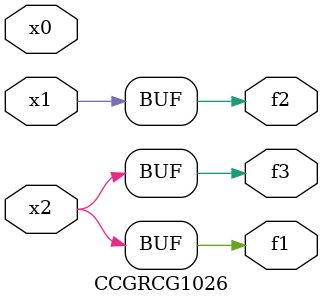
<source format=v>
module CCGRCG1026(
	input x0, x1, x2,
	output f1, f2, f3
);
	assign f1 = x2;
	assign f2 = x1;
	assign f3 = x2;
endmodule

</source>
